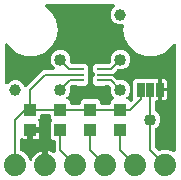
<source format=gbr>
G04 EAGLE Gerber RS-274X export*
G75*
%MOMM*%
%FSLAX34Y34*%
%LPD*%
%INTop Copper*%
%IPPOS*%
%AMOC8*
5,1,8,0,0,1.08239X$1,22.5*%
G01*
%ADD10R,1.000000X1.100000*%
%ADD11C,1.000000*%
%ADD12C,1.879600*%
%ADD13R,0.635000X1.270000*%
%ADD14R,0.508000X0.248919*%
%ADD15C,1.016000*%
%ADD16C,0.203200*%

G36*
X147095Y23235D02*
X147095Y23235D01*
X147205Y23233D01*
X147253Y23245D01*
X147303Y23248D01*
X147407Y23282D01*
X147514Y23307D01*
X147558Y23331D01*
X147605Y23346D01*
X147698Y23405D01*
X147795Y23456D01*
X147832Y23490D01*
X147874Y23516D01*
X147949Y23596D01*
X148031Y23670D01*
X148058Y23712D01*
X148092Y23748D01*
X148145Y23844D01*
X148205Y23936D01*
X148222Y23983D01*
X148246Y24026D01*
X148273Y24133D01*
X148309Y24237D01*
X148313Y24286D01*
X148325Y24334D01*
X148335Y24495D01*
X148335Y114003D01*
X148317Y114148D01*
X148302Y114293D01*
X148297Y114306D01*
X148295Y114319D01*
X148242Y114454D01*
X148191Y114591D01*
X148183Y114602D01*
X148178Y114615D01*
X148093Y114732D01*
X148010Y114852D01*
X147999Y114861D01*
X147992Y114872D01*
X147880Y114965D01*
X147769Y115060D01*
X147757Y115066D01*
X147747Y115075D01*
X147615Y115137D01*
X147484Y115202D01*
X147471Y115205D01*
X147459Y115210D01*
X147316Y115238D01*
X147173Y115268D01*
X147160Y115268D01*
X147147Y115270D01*
X147002Y115261D01*
X146856Y115255D01*
X146842Y115251D01*
X146829Y115250D01*
X146691Y115206D01*
X146551Y115163D01*
X146539Y115156D01*
X146527Y115152D01*
X146404Y115075D01*
X146279Y114999D01*
X146269Y114989D01*
X146258Y114982D01*
X146158Y114876D01*
X146056Y114772D01*
X146046Y114757D01*
X146040Y114751D01*
X146032Y114736D01*
X145967Y114638D01*
X144585Y112245D01*
X138478Y107120D01*
X130986Y104393D01*
X123014Y104393D01*
X115522Y107120D01*
X109415Y112244D01*
X105429Y119149D01*
X104045Y127000D01*
X104602Y130162D01*
X104605Y130232D01*
X104619Y130302D01*
X104613Y130390D01*
X104618Y130479D01*
X104603Y130549D01*
X104599Y130619D01*
X104572Y130703D01*
X104554Y130791D01*
X104523Y130854D01*
X104501Y130921D01*
X104453Y130997D01*
X104414Y131077D01*
X104369Y131130D01*
X104331Y131190D01*
X104266Y131251D01*
X104208Y131319D01*
X104151Y131360D01*
X104099Y131408D01*
X104021Y131451D01*
X103949Y131502D01*
X103882Y131528D01*
X103821Y131562D01*
X103735Y131584D01*
X103651Y131615D01*
X103581Y131623D01*
X103513Y131641D01*
X103352Y131651D01*
X99999Y131651D01*
X97041Y132877D01*
X94777Y135141D01*
X93551Y138099D01*
X93551Y141301D01*
X94777Y144259D01*
X96686Y146169D01*
X96771Y146278D01*
X96860Y146385D01*
X96868Y146404D01*
X96881Y146420D01*
X96936Y146548D01*
X96995Y146673D01*
X96999Y146693D01*
X97007Y146712D01*
X97029Y146850D01*
X97055Y146986D01*
X97054Y147006D01*
X97057Y147026D01*
X97044Y147165D01*
X97035Y147303D01*
X97029Y147322D01*
X97027Y147342D01*
X96980Y147474D01*
X96937Y147605D01*
X96926Y147623D01*
X96920Y147642D01*
X96842Y147757D01*
X96767Y147874D01*
X96752Y147888D01*
X96741Y147905D01*
X96637Y147997D01*
X96536Y148092D01*
X96518Y148102D01*
X96503Y148115D01*
X96378Y148179D01*
X96257Y148246D01*
X96237Y148251D01*
X96219Y148260D01*
X96084Y148290D01*
X95949Y148325D01*
X95921Y148327D01*
X95909Y148330D01*
X95889Y148329D01*
X95788Y148335D01*
X38631Y148335D01*
X38595Y148331D01*
X38560Y148333D01*
X38438Y148311D01*
X38315Y148295D01*
X38282Y148282D01*
X38247Y148276D01*
X38135Y148224D01*
X38019Y148178D01*
X37991Y148158D01*
X37959Y148143D01*
X37862Y148064D01*
X37762Y147992D01*
X37739Y147964D01*
X37712Y147942D01*
X37639Y147842D01*
X37559Y147747D01*
X37544Y147715D01*
X37523Y147686D01*
X37477Y147571D01*
X37424Y147459D01*
X37417Y147424D01*
X37404Y147391D01*
X37387Y147268D01*
X37364Y147147D01*
X37366Y147111D01*
X37361Y147076D01*
X37376Y146953D01*
X37384Y146829D01*
X37395Y146795D01*
X37399Y146760D01*
X37444Y146644D01*
X37482Y146527D01*
X37501Y146497D01*
X37513Y146464D01*
X37586Y146363D01*
X37652Y146258D01*
X37678Y146234D01*
X37698Y146205D01*
X37815Y146094D01*
X42985Y141756D01*
X46971Y134851D01*
X48355Y127000D01*
X46971Y119149D01*
X42985Y112245D01*
X36878Y107120D01*
X29386Y104393D01*
X21414Y104393D01*
X13922Y107120D01*
X7815Y112244D01*
X6433Y114638D01*
X6345Y114754D01*
X6260Y114872D01*
X6249Y114881D01*
X6241Y114891D01*
X6127Y114982D01*
X6015Y115075D01*
X6002Y115081D01*
X5992Y115089D01*
X5858Y115149D01*
X5727Y115210D01*
X5714Y115213D01*
X5701Y115218D01*
X5557Y115243D01*
X5414Y115270D01*
X5401Y115269D01*
X5388Y115272D01*
X5242Y115259D01*
X5097Y115250D01*
X5084Y115246D01*
X5071Y115245D01*
X4933Y115197D01*
X4795Y115152D01*
X4783Y115145D01*
X4770Y115141D01*
X4649Y115060D01*
X4526Y114982D01*
X4517Y114972D01*
X4505Y114965D01*
X4408Y114857D01*
X4308Y114751D01*
X4301Y114739D01*
X4292Y114729D01*
X4225Y114599D01*
X4154Y114472D01*
X4151Y114459D01*
X4145Y114447D01*
X4111Y114305D01*
X4075Y114164D01*
X4074Y114146D01*
X4072Y114137D01*
X4072Y114120D01*
X4065Y114003D01*
X4065Y82012D01*
X4082Y81874D01*
X4095Y81735D01*
X4102Y81716D01*
X4105Y81696D01*
X4156Y81567D01*
X4203Y81436D01*
X4214Y81419D01*
X4222Y81400D01*
X4303Y81288D01*
X4381Y81173D01*
X4397Y81159D01*
X4408Y81143D01*
X4516Y81054D01*
X4620Y80962D01*
X4638Y80953D01*
X4653Y80940D01*
X4779Y80881D01*
X4903Y80818D01*
X4923Y80813D01*
X4941Y80805D01*
X5077Y80779D01*
X5213Y80748D01*
X5234Y80749D01*
X5253Y80745D01*
X5392Y80754D01*
X5531Y80758D01*
X5551Y80763D01*
X5571Y80765D01*
X5703Y80807D01*
X5837Y80846D01*
X5854Y80856D01*
X5873Y80863D01*
X5991Y80937D01*
X6111Y81008D01*
X6132Y81026D01*
X6142Y81033D01*
X6156Y81048D01*
X6231Y81114D01*
X8141Y83023D01*
X11099Y84249D01*
X14301Y84249D01*
X17259Y83023D01*
X19523Y80759D01*
X20169Y79200D01*
X20194Y79157D01*
X20211Y79110D01*
X20272Y79019D01*
X20327Y78923D01*
X20362Y78888D01*
X20389Y78847D01*
X20472Y78774D01*
X20548Y78695D01*
X20591Y78669D01*
X20628Y78636D01*
X20726Y78586D01*
X20819Y78529D01*
X20867Y78514D01*
X20911Y78492D01*
X21018Y78468D01*
X21123Y78435D01*
X21173Y78433D01*
X21221Y78422D01*
X21331Y78425D01*
X21441Y78420D01*
X21490Y78430D01*
X21539Y78432D01*
X21645Y78462D01*
X21752Y78484D01*
X21797Y78506D01*
X21845Y78520D01*
X21939Y78576D01*
X22038Y78624D01*
X22076Y78656D01*
X22119Y78682D01*
X22240Y78788D01*
X24088Y80636D01*
X36383Y92932D01*
X44908Y92932D01*
X45046Y92949D01*
X45185Y92962D01*
X45204Y92969D01*
X45224Y92972D01*
X45353Y93023D01*
X45484Y93070D01*
X45501Y93081D01*
X45520Y93089D01*
X45632Y93170D01*
X45747Y93248D01*
X45760Y93264D01*
X45777Y93275D01*
X45866Y93383D01*
X45958Y93487D01*
X45967Y93505D01*
X45980Y93520D01*
X46039Y93646D01*
X46102Y93770D01*
X46107Y93790D01*
X46115Y93808D01*
X46141Y93944D01*
X46172Y94080D01*
X46171Y94101D01*
X46175Y94120D01*
X46166Y94259D01*
X46162Y94398D01*
X46156Y94418D01*
X46155Y94438D01*
X46112Y94570D01*
X46074Y94704D01*
X46063Y94721D01*
X46057Y94740D01*
X45983Y94858D01*
X45912Y94978D01*
X45894Y94999D01*
X45887Y95009D01*
X45872Y95023D01*
X45806Y95098D01*
X43909Y96995D01*
X42671Y99983D01*
X42671Y103217D01*
X43909Y106205D01*
X46195Y108491D01*
X49183Y109729D01*
X52417Y109729D01*
X55405Y108491D01*
X57691Y106205D01*
X58929Y103217D01*
X58929Y99745D01*
X58941Y99647D01*
X58944Y99548D01*
X58961Y99490D01*
X58969Y99430D01*
X59005Y99338D01*
X59033Y99243D01*
X59063Y99191D01*
X59086Y99134D01*
X59144Y99054D01*
X59194Y98969D01*
X59260Y98893D01*
X59272Y98877D01*
X59282Y98869D01*
X59300Y98848D01*
X59754Y98395D01*
X59832Y98334D01*
X59904Y98266D01*
X59957Y98237D01*
X60005Y98200D01*
X60096Y98161D01*
X60182Y98113D01*
X60241Y98098D01*
X60297Y98074D01*
X60395Y98058D01*
X60490Y98033D01*
X60590Y98027D01*
X60611Y98024D01*
X60623Y98025D01*
X60651Y98023D01*
X63879Y98023D01*
X63977Y98036D01*
X64076Y98039D01*
X64134Y98055D01*
X64194Y98063D01*
X64286Y98099D01*
X64381Y98127D01*
X64434Y98158D01*
X64490Y98180D01*
X64570Y98238D01*
X64593Y98252D01*
X72239Y98252D01*
X74025Y96466D01*
X74025Y81413D01*
X72239Y79627D01*
X64599Y79627D01*
X64573Y79642D01*
X64525Y79679D01*
X64434Y79718D01*
X64347Y79766D01*
X64289Y79781D01*
X64233Y79805D01*
X64135Y79821D01*
X64039Y79845D01*
X63939Y79852D01*
X63919Y79855D01*
X63907Y79854D01*
X63879Y79856D01*
X60730Y79856D01*
X60632Y79843D01*
X60533Y79840D01*
X60474Y79823D01*
X60414Y79816D01*
X60322Y79779D01*
X60227Y79752D01*
X60175Y79721D01*
X60119Y79699D01*
X60038Y79641D01*
X59953Y79590D01*
X59878Y79524D01*
X59861Y79512D01*
X59853Y79502D01*
X59832Y79484D01*
X59300Y78952D01*
X59240Y78874D01*
X59172Y78802D01*
X59143Y78749D01*
X59106Y78701D01*
X59066Y78610D01*
X59018Y78523D01*
X59003Y78465D01*
X58979Y78409D01*
X58964Y78311D01*
X58939Y78215D01*
X58933Y78115D01*
X58929Y78095D01*
X58931Y78083D01*
X58929Y78055D01*
X58929Y74583D01*
X57691Y71595D01*
X56111Y70015D01*
X56026Y69906D01*
X55937Y69799D01*
X55929Y69780D01*
X55916Y69764D01*
X55861Y69636D01*
X55802Y69511D01*
X55798Y69491D01*
X55790Y69472D01*
X55768Y69334D01*
X55742Y69198D01*
X55743Y69178D01*
X55740Y69158D01*
X55753Y69019D01*
X55762Y68881D01*
X55768Y68862D01*
X55770Y68842D01*
X55817Y68710D01*
X55860Y68579D01*
X55871Y68561D01*
X55878Y68542D01*
X55956Y68427D01*
X56030Y68310D01*
X56045Y68296D01*
X56056Y68279D01*
X56160Y68187D01*
X56262Y68092D01*
X56279Y68082D01*
X56295Y68069D01*
X56419Y68005D01*
X56540Y67938D01*
X56560Y67933D01*
X56578Y67924D01*
X56714Y67894D01*
X56848Y67859D01*
X56876Y67857D01*
X56888Y67854D01*
X56909Y67855D01*
X57009Y67849D01*
X57063Y67849D01*
X58849Y66063D01*
X58849Y64634D01*
X58864Y64516D01*
X58871Y64397D01*
X58884Y64359D01*
X58889Y64318D01*
X58932Y64208D01*
X58969Y64095D01*
X58991Y64060D01*
X59006Y64023D01*
X59075Y63927D01*
X59139Y63826D01*
X59169Y63798D01*
X59192Y63765D01*
X59284Y63689D01*
X59371Y63608D01*
X59406Y63588D01*
X59437Y63563D01*
X59545Y63512D01*
X59649Y63454D01*
X59689Y63444D01*
X59725Y63427D01*
X59842Y63405D01*
X59957Y63375D01*
X60017Y63371D01*
X60037Y63367D01*
X60058Y63369D01*
X60118Y63365D01*
X66882Y63365D01*
X67000Y63380D01*
X67119Y63387D01*
X67157Y63400D01*
X67198Y63405D01*
X67308Y63448D01*
X67421Y63485D01*
X67456Y63507D01*
X67493Y63522D01*
X67589Y63591D01*
X67690Y63655D01*
X67718Y63685D01*
X67751Y63708D01*
X67827Y63800D01*
X67908Y63887D01*
X67928Y63922D01*
X67953Y63953D01*
X68004Y64061D01*
X68062Y64165D01*
X68072Y64205D01*
X68089Y64241D01*
X68111Y64358D01*
X68141Y64473D01*
X68145Y64533D01*
X68149Y64553D01*
X68147Y64574D01*
X68151Y64634D01*
X68151Y66063D01*
X69937Y67849D01*
X82463Y67849D01*
X84249Y66063D01*
X84249Y64634D01*
X84264Y64516D01*
X84271Y64397D01*
X84284Y64359D01*
X84289Y64318D01*
X84332Y64208D01*
X84369Y64095D01*
X84391Y64060D01*
X84406Y64023D01*
X84475Y63927D01*
X84539Y63826D01*
X84569Y63798D01*
X84592Y63765D01*
X84684Y63689D01*
X84771Y63608D01*
X84806Y63588D01*
X84837Y63563D01*
X84945Y63512D01*
X85049Y63454D01*
X85089Y63444D01*
X85125Y63427D01*
X85242Y63405D01*
X85357Y63375D01*
X85417Y63371D01*
X85437Y63367D01*
X85458Y63369D01*
X85518Y63365D01*
X92282Y63365D01*
X92400Y63380D01*
X92519Y63387D01*
X92557Y63400D01*
X92598Y63405D01*
X92708Y63448D01*
X92821Y63485D01*
X92856Y63507D01*
X92893Y63522D01*
X92989Y63591D01*
X93090Y63655D01*
X93118Y63685D01*
X93151Y63708D01*
X93227Y63800D01*
X93308Y63887D01*
X93328Y63922D01*
X93353Y63953D01*
X93404Y64061D01*
X93462Y64165D01*
X93472Y64205D01*
X93489Y64241D01*
X93511Y64358D01*
X93541Y64473D01*
X93545Y64533D01*
X93549Y64553D01*
X93547Y64574D01*
X93551Y64634D01*
X93551Y66063D01*
X95337Y67849D01*
X95391Y67849D01*
X95529Y67866D01*
X95668Y67879D01*
X95687Y67886D01*
X95707Y67889D01*
X95836Y67940D01*
X95967Y67987D01*
X95984Y67998D01*
X96002Y68006D01*
X96115Y68087D01*
X96230Y68165D01*
X96243Y68181D01*
X96260Y68192D01*
X96349Y68300D01*
X96441Y68404D01*
X96450Y68422D01*
X96463Y68437D01*
X96522Y68563D01*
X96585Y68687D01*
X96590Y68707D01*
X96598Y68725D01*
X96624Y68862D01*
X96655Y68997D01*
X96654Y69018D01*
X96658Y69037D01*
X96649Y69176D01*
X96645Y69315D01*
X96639Y69335D01*
X96638Y69355D01*
X96595Y69487D01*
X96557Y69621D01*
X96546Y69638D01*
X96540Y69657D01*
X96466Y69775D01*
X96395Y69895D01*
X96377Y69916D01*
X96370Y69926D01*
X96355Y69940D01*
X96289Y70015D01*
X94709Y71595D01*
X93471Y74583D01*
X93471Y78055D01*
X93459Y78153D01*
X93456Y78252D01*
X93439Y78310D01*
X93431Y78370D01*
X93395Y78462D01*
X93367Y78557D01*
X93337Y78609D01*
X93314Y78666D01*
X93256Y78746D01*
X93206Y78831D01*
X93140Y78907D01*
X93128Y78923D01*
X93118Y78931D01*
X93100Y78952D01*
X92568Y79484D01*
X92489Y79545D01*
X92417Y79612D01*
X92364Y79642D01*
X92316Y79679D01*
X92226Y79718D01*
X92139Y79766D01*
X92080Y79781D01*
X92025Y79805D01*
X91927Y79821D01*
X91831Y79845D01*
X91731Y79852D01*
X91711Y79855D01*
X91698Y79854D01*
X91670Y79856D01*
X88757Y79856D01*
X88659Y79843D01*
X88560Y79840D01*
X88502Y79823D01*
X88442Y79816D01*
X88349Y79779D01*
X88254Y79752D01*
X88202Y79721D01*
X88146Y79699D01*
X88066Y79641D01*
X88043Y79627D01*
X80397Y79627D01*
X78611Y81413D01*
X78611Y86428D01*
X78748Y86564D01*
X78808Y86642D01*
X78876Y86714D01*
X78905Y86767D01*
X78942Y86815D01*
X78982Y86906D01*
X79030Y86993D01*
X79045Y87051D01*
X79069Y87107D01*
X79084Y87205D01*
X79109Y87301D01*
X79115Y87401D01*
X79119Y87421D01*
X79117Y87433D01*
X79119Y87461D01*
X79119Y87598D01*
X79255Y87598D01*
X79324Y87606D01*
X79393Y87605D01*
X79481Y87626D01*
X79571Y87637D01*
X79635Y87663D01*
X79702Y87679D01*
X79782Y87721D01*
X79867Y87754D01*
X79922Y87795D01*
X79983Y87827D01*
X80109Y87928D01*
X80116Y87935D01*
X80124Y87941D01*
X80124Y87942D01*
X80220Y88057D01*
X80316Y88170D01*
X80321Y88179D01*
X80327Y88187D01*
X80390Y88321D01*
X80456Y88455D01*
X80458Y88465D01*
X80463Y88474D01*
X80490Y88619D01*
X80521Y88767D01*
X80520Y88777D01*
X80522Y88787D01*
X80513Y88936D01*
X80506Y89084D01*
X80503Y89094D01*
X80503Y89104D01*
X80457Y89246D01*
X80413Y89388D01*
X80408Y89397D01*
X80405Y89407D01*
X80325Y89533D01*
X80247Y89660D01*
X80240Y89667D01*
X80234Y89675D01*
X80126Y89777D01*
X80019Y89881D01*
X80010Y89886D01*
X80003Y89893D01*
X79873Y89965D01*
X79743Y90039D01*
X79733Y90042D01*
X79724Y90047D01*
X79581Y90084D01*
X79436Y90123D01*
X79426Y90124D01*
X79416Y90126D01*
X79256Y90136D01*
X79119Y90136D01*
X79119Y90417D01*
X79107Y90515D01*
X79104Y90614D01*
X79087Y90673D01*
X79079Y90733D01*
X79043Y90825D01*
X79015Y90920D01*
X78985Y90972D01*
X78962Y91028D01*
X78904Y91108D01*
X78854Y91194D01*
X78788Y91269D01*
X78776Y91286D01*
X78766Y91294D01*
X78748Y91315D01*
X78611Y91451D01*
X78611Y96466D01*
X80397Y98252D01*
X88036Y98252D01*
X88063Y98237D01*
X88111Y98200D01*
X88202Y98161D01*
X88289Y98113D01*
X88347Y98098D01*
X88403Y98074D01*
X88501Y98058D01*
X88596Y98033D01*
X88697Y98027D01*
X88717Y98024D01*
X88729Y98025D01*
X88757Y98023D01*
X91749Y98023D01*
X91847Y98036D01*
X91946Y98039D01*
X92004Y98055D01*
X92065Y98063D01*
X92157Y98099D01*
X92252Y98127D01*
X92304Y98158D01*
X92360Y98180D01*
X92440Y98238D01*
X92526Y98288D01*
X92601Y98355D01*
X92618Y98367D01*
X92625Y98376D01*
X92646Y98395D01*
X93100Y98848D01*
X93160Y98926D01*
X93228Y98998D01*
X93257Y99051D01*
X93294Y99099D01*
X93334Y99190D01*
X93382Y99277D01*
X93397Y99335D01*
X93421Y99391D01*
X93436Y99489D01*
X93461Y99585D01*
X93467Y99685D01*
X93471Y99705D01*
X93469Y99717D01*
X93471Y99745D01*
X93471Y103217D01*
X94709Y106205D01*
X96995Y108491D01*
X99983Y109729D01*
X103217Y109729D01*
X106205Y108491D01*
X108491Y106205D01*
X109729Y103217D01*
X109729Y99983D01*
X108491Y96995D01*
X106205Y94709D01*
X103217Y93471D01*
X99745Y93471D01*
X99647Y93459D01*
X99548Y93456D01*
X99490Y93439D01*
X99430Y93431D01*
X99338Y93395D01*
X99243Y93367D01*
X99191Y93337D01*
X99134Y93314D01*
X99054Y93256D01*
X98969Y93206D01*
X98893Y93140D01*
X98877Y93128D01*
X98869Y93118D01*
X98848Y93100D01*
X95546Y89797D01*
X95473Y89703D01*
X95394Y89614D01*
X95376Y89578D01*
X95351Y89546D01*
X95304Y89437D01*
X95250Y89331D01*
X95241Y89292D01*
X95225Y89254D01*
X95206Y89137D01*
X95180Y89021D01*
X95181Y88980D01*
X95175Y88940D01*
X95186Y88822D01*
X95190Y88703D01*
X95201Y88664D01*
X95205Y88624D01*
X95245Y88511D01*
X95278Y88397D01*
X95298Y88362D01*
X95312Y88324D01*
X95379Y88226D01*
X95440Y88123D01*
X95479Y88078D01*
X95491Y88061D01*
X95506Y88048D01*
X95546Y88002D01*
X98848Y84700D01*
X98926Y84640D01*
X98998Y84572D01*
X99051Y84543D01*
X99099Y84506D01*
X99190Y84466D01*
X99277Y84418D01*
X99335Y84403D01*
X99391Y84379D01*
X99489Y84364D01*
X99585Y84339D01*
X99685Y84333D01*
X99705Y84329D01*
X99717Y84331D01*
X99745Y84329D01*
X103217Y84329D01*
X106205Y83091D01*
X108491Y80805D01*
X109729Y77817D01*
X109729Y74583D01*
X108491Y71595D01*
X106911Y70015D01*
X106826Y69906D01*
X106737Y69799D01*
X106729Y69780D01*
X106716Y69764D01*
X106661Y69636D01*
X106602Y69511D01*
X106598Y69491D01*
X106590Y69472D01*
X106568Y69334D01*
X106542Y69198D01*
X106543Y69178D01*
X106540Y69158D01*
X106553Y69019D01*
X106562Y68881D01*
X106568Y68862D01*
X106570Y68842D01*
X106617Y68710D01*
X106660Y68579D01*
X106671Y68561D01*
X106678Y68542D01*
X106756Y68427D01*
X106830Y68310D01*
X106845Y68296D01*
X106856Y68279D01*
X106960Y68187D01*
X107062Y68092D01*
X107079Y68082D01*
X107095Y68069D01*
X107219Y68005D01*
X107340Y67938D01*
X107360Y67933D01*
X107378Y67924D01*
X107514Y67894D01*
X107648Y67859D01*
X107676Y67857D01*
X107688Y67854D01*
X107709Y67855D01*
X107809Y67849D01*
X107863Y67849D01*
X109484Y66227D01*
X109578Y66154D01*
X109667Y66076D01*
X109703Y66057D01*
X109735Y66033D01*
X109845Y65985D01*
X109951Y65931D01*
X109990Y65922D01*
X110027Y65906D01*
X110145Y65887D01*
X110261Y65861D01*
X110301Y65863D01*
X110341Y65856D01*
X110460Y65867D01*
X110579Y65871D01*
X110618Y65882D01*
X110658Y65886D01*
X110770Y65926D01*
X110884Y65960D01*
X110919Y65980D01*
X110957Y65994D01*
X111056Y66061D01*
X111158Y66121D01*
X111204Y66161D01*
X111220Y66172D01*
X111234Y66188D01*
X111279Y66227D01*
X112277Y67225D01*
X112337Y67303D01*
X112405Y67375D01*
X112434Y67428D01*
X112471Y67476D01*
X112511Y67567D01*
X112559Y67654D01*
X112574Y67712D01*
X112598Y67768D01*
X112613Y67866D01*
X112638Y67962D01*
X112644Y68062D01*
X112648Y68082D01*
X112646Y68094D01*
X112648Y68122D01*
X112648Y83813D01*
X114434Y85599D01*
X131438Y85599D01*
X131574Y85462D01*
X131652Y85402D01*
X131724Y85334D01*
X131777Y85305D01*
X131825Y85268D01*
X131916Y85228D01*
X132003Y85180D01*
X132062Y85165D01*
X132117Y85141D01*
X132215Y85126D01*
X132311Y85101D01*
X132411Y85095D01*
X132431Y85091D01*
X132444Y85093D01*
X132472Y85091D01*
X133541Y85091D01*
X133541Y76518D01*
X133556Y76399D01*
X133564Y76281D01*
X133576Y76242D01*
X133581Y76202D01*
X133587Y76188D01*
X133581Y76158D01*
X133551Y76043D01*
X133548Y75983D01*
X133544Y75963D01*
X133545Y75942D01*
X133541Y75882D01*
X133541Y67309D01*
X132472Y67309D01*
X132373Y67297D01*
X132274Y67294D01*
X132216Y67277D01*
X132156Y67269D01*
X132064Y67233D01*
X131969Y67205D01*
X131917Y67175D01*
X131860Y67152D01*
X131780Y67094D01*
X131695Y67044D01*
X131620Y66978D01*
X131603Y66966D01*
X131595Y66956D01*
X131574Y66938D01*
X131436Y66800D01*
X131376Y66722D01*
X131308Y66650D01*
X131279Y66597D01*
X131242Y66549D01*
X131202Y66458D01*
X131154Y66371D01*
X131139Y66312D01*
X131115Y66257D01*
X131100Y66159D01*
X131075Y66063D01*
X131069Y65963D01*
X131065Y65943D01*
X131067Y65930D01*
X131065Y65902D01*
X131065Y58757D01*
X131077Y58659D01*
X131080Y58560D01*
X131097Y58501D01*
X131105Y58441D01*
X131141Y58349D01*
X131169Y58254D01*
X131199Y58202D01*
X131222Y58146D01*
X131280Y58066D01*
X131330Y57980D01*
X131396Y57905D01*
X131408Y57888D01*
X131418Y57880D01*
X131436Y57859D01*
X133891Y55405D01*
X135129Y52417D01*
X135129Y49183D01*
X133891Y46195D01*
X131436Y43741D01*
X131376Y43662D01*
X131308Y43590D01*
X131279Y43537D01*
X131242Y43489D01*
X131202Y43398D01*
X131154Y43312D01*
X131139Y43253D01*
X131115Y43198D01*
X131100Y43100D01*
X131075Y43004D01*
X131069Y42904D01*
X131065Y42883D01*
X131067Y42871D01*
X131065Y42843D01*
X131065Y27609D01*
X131077Y27511D01*
X131080Y27412D01*
X131097Y27354D01*
X131105Y27294D01*
X131141Y27202D01*
X131169Y27107D01*
X131199Y27054D01*
X131222Y26998D01*
X131280Y26918D01*
X131330Y26833D01*
X131396Y26757D01*
X131408Y26741D01*
X131418Y26733D01*
X131436Y26712D01*
X133639Y24510D01*
X133662Y24492D01*
X133681Y24469D01*
X133787Y24394D01*
X133890Y24315D01*
X133917Y24303D01*
X133941Y24286D01*
X134063Y24240D01*
X134182Y24188D01*
X134211Y24184D01*
X134239Y24173D01*
X134368Y24159D01*
X134496Y24139D01*
X134525Y24141D01*
X134555Y24138D01*
X134683Y24156D01*
X134813Y24168D01*
X134840Y24178D01*
X134870Y24182D01*
X135022Y24235D01*
X137224Y25147D01*
X142176Y25147D01*
X146580Y23322D01*
X146628Y23309D01*
X146673Y23288D01*
X146781Y23267D01*
X146887Y23238D01*
X146937Y23238D01*
X146986Y23228D01*
X147095Y23235D01*
G37*
G36*
X39488Y12716D02*
X39488Y12716D01*
X39607Y12723D01*
X39645Y12736D01*
X39685Y12741D01*
X39796Y12785D01*
X39909Y12821D01*
X39944Y12843D01*
X39981Y12858D01*
X40077Y12928D01*
X40178Y12991D01*
X40206Y13021D01*
X40239Y13045D01*
X40314Y13136D01*
X40396Y13223D01*
X40416Y13258D01*
X40441Y13290D01*
X40492Y13397D01*
X40550Y13502D01*
X40560Y13541D01*
X40577Y13577D01*
X40599Y13694D01*
X40629Y13809D01*
X40633Y13870D01*
X40637Y13890D01*
X40635Y13910D01*
X40639Y13970D01*
X40639Y24385D01*
X40896Y24345D01*
X42683Y23764D01*
X44357Y22911D01*
X44720Y22647D01*
X44755Y22628D01*
X44785Y22603D01*
X44894Y22552D01*
X44999Y22494D01*
X45037Y22484D01*
X45073Y22467D01*
X45191Y22445D01*
X45307Y22415D01*
X45346Y22415D01*
X45386Y22408D01*
X45505Y22415D01*
X45625Y22415D01*
X45663Y22425D01*
X45703Y22427D01*
X45817Y22464D01*
X45933Y22494D01*
X45968Y22513D01*
X46005Y22525D01*
X46106Y22589D01*
X46211Y22647D01*
X46241Y22674D01*
X46274Y22695D01*
X46356Y22783D01*
X46443Y22865D01*
X46465Y22898D01*
X46492Y22927D01*
X46550Y23032D01*
X46614Y23133D01*
X46626Y23171D01*
X46646Y23206D01*
X46675Y23321D01*
X46713Y23435D01*
X46715Y23475D01*
X46725Y23514D01*
X46735Y23674D01*
X46735Y32482D01*
X46720Y32600D01*
X46713Y32719D01*
X46700Y32757D01*
X46695Y32798D01*
X46652Y32908D01*
X46615Y33021D01*
X46593Y33056D01*
X46578Y33093D01*
X46509Y33189D01*
X46445Y33290D01*
X46415Y33318D01*
X46392Y33351D01*
X46300Y33427D01*
X46213Y33508D01*
X46178Y33528D01*
X46147Y33553D01*
X46039Y33604D01*
X45935Y33662D01*
X45895Y33672D01*
X45859Y33689D01*
X45742Y33711D01*
X45627Y33741D01*
X45567Y33745D01*
X45547Y33749D01*
X45526Y33747D01*
X45466Y33751D01*
X44537Y33751D01*
X42751Y35537D01*
X42751Y49063D01*
X43591Y49902D01*
X43664Y49996D01*
X43743Y50086D01*
X43761Y50122D01*
X43786Y50154D01*
X43833Y50263D01*
X43887Y50369D01*
X43896Y50408D01*
X43912Y50446D01*
X43931Y50563D01*
X43957Y50679D01*
X43956Y50720D01*
X43962Y50760D01*
X43951Y50878D01*
X43947Y50997D01*
X43936Y51036D01*
X43932Y51076D01*
X43892Y51189D01*
X43859Y51303D01*
X43838Y51337D01*
X43825Y51376D01*
X43758Y51474D01*
X43697Y51577D01*
X43657Y51622D01*
X43646Y51639D01*
X43631Y51652D01*
X43591Y51697D01*
X42751Y52537D01*
X42751Y53966D01*
X42736Y54084D01*
X42729Y54203D01*
X42716Y54241D01*
X42711Y54282D01*
X42668Y54392D01*
X42631Y54505D01*
X42609Y54540D01*
X42594Y54577D01*
X42525Y54673D01*
X42461Y54774D01*
X42431Y54802D01*
X42408Y54835D01*
X42316Y54911D01*
X42229Y54992D01*
X42194Y55012D01*
X42163Y55037D01*
X42055Y55088D01*
X41951Y55146D01*
X41911Y55156D01*
X41875Y55173D01*
X41758Y55195D01*
X41643Y55225D01*
X41583Y55229D01*
X41563Y55233D01*
X41542Y55231D01*
X41482Y55235D01*
X34718Y55235D01*
X34600Y55220D01*
X34481Y55213D01*
X34443Y55200D01*
X34402Y55195D01*
X34292Y55152D01*
X34179Y55115D01*
X34144Y55093D01*
X34107Y55078D01*
X34011Y55009D01*
X33910Y54945D01*
X33882Y54915D01*
X33849Y54892D01*
X33773Y54800D01*
X33692Y54713D01*
X33672Y54678D01*
X33647Y54647D01*
X33596Y54539D01*
X33538Y54435D01*
X33528Y54395D01*
X33511Y54359D01*
X33489Y54242D01*
X33459Y54127D01*
X33455Y54067D01*
X33451Y54047D01*
X33453Y54026D01*
X33449Y53966D01*
X33449Y52537D01*
X32250Y51338D01*
X32177Y51244D01*
X32098Y51155D01*
X32080Y51119D01*
X32055Y51087D01*
X32008Y50978D01*
X31953Y50872D01*
X31945Y50832D01*
X31929Y50795D01*
X31910Y50677D01*
X31884Y50561D01*
X31885Y50521D01*
X31879Y50481D01*
X31890Y50362D01*
X31893Y50244D01*
X31905Y50205D01*
X31909Y50164D01*
X31949Y50052D01*
X31982Y49938D01*
X32002Y49903D01*
X32016Y49865D01*
X32083Y49767D01*
X32143Y49664D01*
X32183Y49619D01*
X32195Y49602D01*
X32210Y49589D01*
X32250Y49543D01*
X32433Y49360D01*
X32768Y48781D01*
X32941Y48134D01*
X32941Y44799D01*
X26630Y44799D01*
X26512Y44784D01*
X26393Y44777D01*
X26355Y44764D01*
X26315Y44759D01*
X26204Y44716D01*
X26091Y44679D01*
X26057Y44657D01*
X26019Y44642D01*
X25923Y44573D01*
X25822Y44509D01*
X25794Y44479D01*
X25762Y44456D01*
X25686Y44364D01*
X25604Y44277D01*
X25585Y44242D01*
X25559Y44211D01*
X25508Y44103D01*
X25451Y43999D01*
X25441Y43959D01*
X25423Y43923D01*
X25401Y43806D01*
X25371Y43691D01*
X25367Y43631D01*
X25364Y43611D01*
X25365Y43590D01*
X25361Y43530D01*
X25361Y42339D01*
X24170Y42339D01*
X24052Y42324D01*
X23933Y42317D01*
X23895Y42304D01*
X23854Y42299D01*
X23744Y42255D01*
X23631Y42219D01*
X23596Y42197D01*
X23559Y42182D01*
X23462Y42112D01*
X23362Y42049D01*
X23334Y42019D01*
X23301Y41995D01*
X23225Y41904D01*
X23144Y41817D01*
X23124Y41782D01*
X23099Y41750D01*
X23048Y41643D01*
X22990Y41538D01*
X22980Y41499D01*
X22963Y41463D01*
X22941Y41346D01*
X22911Y41230D01*
X22907Y41170D01*
X22903Y41150D01*
X22905Y41130D01*
X22901Y41070D01*
X22901Y34259D01*
X20066Y34259D01*
X19419Y34432D01*
X18754Y34816D01*
X18715Y34849D01*
X18697Y34858D01*
X18681Y34870D01*
X18553Y34926D01*
X18427Y34985D01*
X18407Y34989D01*
X18389Y34996D01*
X18251Y35018D01*
X18114Y35045D01*
X18095Y35043D01*
X18075Y35047D01*
X17936Y35033D01*
X17797Y35025D01*
X17778Y35019D01*
X17758Y35017D01*
X17627Y34970D01*
X17495Y34927D01*
X17478Y34916D01*
X17459Y34909D01*
X17344Y34831D01*
X17226Y34757D01*
X17212Y34742D01*
X17196Y34731D01*
X17104Y34627D01*
X17008Y34525D01*
X16998Y34508D01*
X16985Y34493D01*
X16922Y34369D01*
X16854Y34247D01*
X16849Y34227D01*
X16840Y34210D01*
X16810Y34073D01*
X16775Y33939D01*
X16773Y33911D01*
X16771Y33899D01*
X16771Y33879D01*
X16765Y33778D01*
X16765Y25337D01*
X16768Y25307D01*
X16766Y25278D01*
X16787Y25158D01*
X16787Y25156D01*
X16788Y25150D01*
X16805Y25021D01*
X16815Y24994D01*
X16820Y24965D01*
X16874Y24846D01*
X16922Y24725D01*
X16939Y24702D01*
X16951Y24675D01*
X17032Y24573D01*
X17108Y24468D01*
X17131Y24449D01*
X17150Y24426D01*
X17253Y24348D01*
X17353Y24265D01*
X17380Y24253D01*
X17404Y24235D01*
X17548Y24164D01*
X19750Y23252D01*
X23252Y19750D01*
X24505Y16725D01*
X24520Y16699D01*
X24529Y16670D01*
X24599Y16561D01*
X24663Y16448D01*
X24684Y16427D01*
X24700Y16402D01*
X24794Y16313D01*
X24884Y16220D01*
X24910Y16204D01*
X24931Y16184D01*
X25045Y16121D01*
X25155Y16054D01*
X25184Y16045D01*
X25210Y16031D01*
X25335Y15998D01*
X25459Y15960D01*
X25489Y15959D01*
X25518Y15951D01*
X25648Y15951D01*
X25777Y15945D01*
X25806Y15951D01*
X25836Y15951D01*
X25961Y15983D01*
X26088Y16009D01*
X26115Y16022D01*
X26144Y16030D01*
X26257Y16092D01*
X26374Y16149D01*
X26397Y16168D01*
X26423Y16183D01*
X26517Y16271D01*
X26616Y16355D01*
X26633Y16380D01*
X26655Y16400D01*
X26724Y16509D01*
X26799Y16615D01*
X26810Y16643D01*
X26826Y16669D01*
X26885Y16818D01*
X27036Y17283D01*
X27889Y18957D01*
X28994Y20478D01*
X30322Y21806D01*
X31843Y22911D01*
X33517Y23764D01*
X35304Y24345D01*
X35561Y24385D01*
X35561Y13970D01*
X35576Y13852D01*
X35583Y13733D01*
X35596Y13695D01*
X35601Y13655D01*
X35644Y13544D01*
X35681Y13431D01*
X35703Y13397D01*
X35718Y13359D01*
X35788Y13263D01*
X35851Y13162D01*
X35881Y13134D01*
X35904Y13102D01*
X35996Y13026D01*
X36083Y12944D01*
X36118Y12925D01*
X36149Y12899D01*
X36257Y12848D01*
X36361Y12791D01*
X36401Y12780D01*
X36437Y12763D01*
X36554Y12741D01*
X36669Y12711D01*
X36730Y12707D01*
X36750Y12703D01*
X36770Y12705D01*
X36830Y12701D01*
X39370Y12701D01*
X39488Y12716D01*
G37*
%LPC*%
G36*
X136715Y77787D02*
X136715Y77787D01*
X136715Y85091D01*
X138637Y85091D01*
X139284Y84918D01*
X139863Y84583D01*
X140336Y84110D01*
X140671Y83531D01*
X140844Y82884D01*
X140844Y77787D01*
X136715Y77787D01*
G37*
%LPD*%
%LPC*%
G36*
X136715Y67309D02*
X136715Y67309D01*
X136715Y74613D01*
X140844Y74613D01*
X140844Y69516D01*
X140671Y68869D01*
X140336Y68290D01*
X139863Y67817D01*
X139284Y67482D01*
X138637Y67309D01*
X136715Y67309D01*
G37*
%LPD*%
%LPC*%
G36*
X27899Y34259D02*
X27899Y34259D01*
X27899Y39801D01*
X32941Y39801D01*
X32941Y36466D01*
X32768Y35819D01*
X32433Y35240D01*
X31960Y34767D01*
X31381Y34432D01*
X30734Y34259D01*
X27899Y34259D01*
G37*
%LPD*%
D10*
X50800Y42300D03*
X50800Y59300D03*
X76200Y42300D03*
X76200Y59300D03*
X101600Y42300D03*
X101600Y59300D03*
X25400Y59300D03*
X25400Y42300D03*
D11*
X12700Y76200D03*
X101600Y139700D03*
D12*
X12700Y12700D03*
X38100Y12700D03*
X63500Y12700D03*
X88900Y12700D03*
X114300Y12700D03*
X139700Y12700D03*
D13*
X118872Y76200D03*
X127000Y76200D03*
X135128Y76200D03*
D14*
X68436Y88867D03*
X84200Y88867D03*
X84200Y93958D03*
X84200Y83920D03*
X68436Y93958D03*
X68436Y83920D03*
D15*
X50800Y139700D03*
D16*
X76200Y88900D02*
X76233Y88867D01*
X84200Y88867D02*
X101567Y88867D01*
X101600Y88900D01*
X76200Y42300D02*
X76200Y25400D01*
X88900Y12700D01*
X84200Y83920D02*
X93880Y83920D01*
X101600Y76200D01*
D15*
X101600Y76200D03*
D16*
X101600Y42300D02*
X101600Y25400D01*
X114300Y12700D01*
X93958Y93958D02*
X84200Y93958D01*
X93958Y93958D02*
X101600Y101600D01*
D15*
X101600Y101600D03*
D16*
X50800Y42300D02*
X50800Y25400D01*
X63500Y12700D01*
X68436Y83920D02*
X58520Y83920D01*
X50800Y76200D01*
D15*
X50800Y76200D03*
D16*
X127000Y25400D02*
X139700Y12700D01*
X68436Y93958D02*
X58442Y93958D01*
X50800Y101600D01*
D15*
X50800Y101600D03*
X127000Y50800D03*
D16*
X127000Y76200D01*
X127000Y50800D02*
X127000Y25400D01*
X76200Y59300D02*
X50800Y59300D01*
X76200Y59300D02*
X101600Y59300D01*
X21200Y59300D02*
X12700Y50800D01*
X12700Y12700D01*
X25400Y59300D02*
X50800Y59300D01*
X25400Y59300D02*
X21200Y59300D01*
X38067Y88867D02*
X68436Y88867D01*
X38067Y88867D02*
X25400Y76200D01*
X25400Y59300D01*
X118872Y68072D02*
X118872Y76200D01*
X118872Y68072D02*
X110100Y59300D01*
X101600Y59300D01*
M02*

</source>
